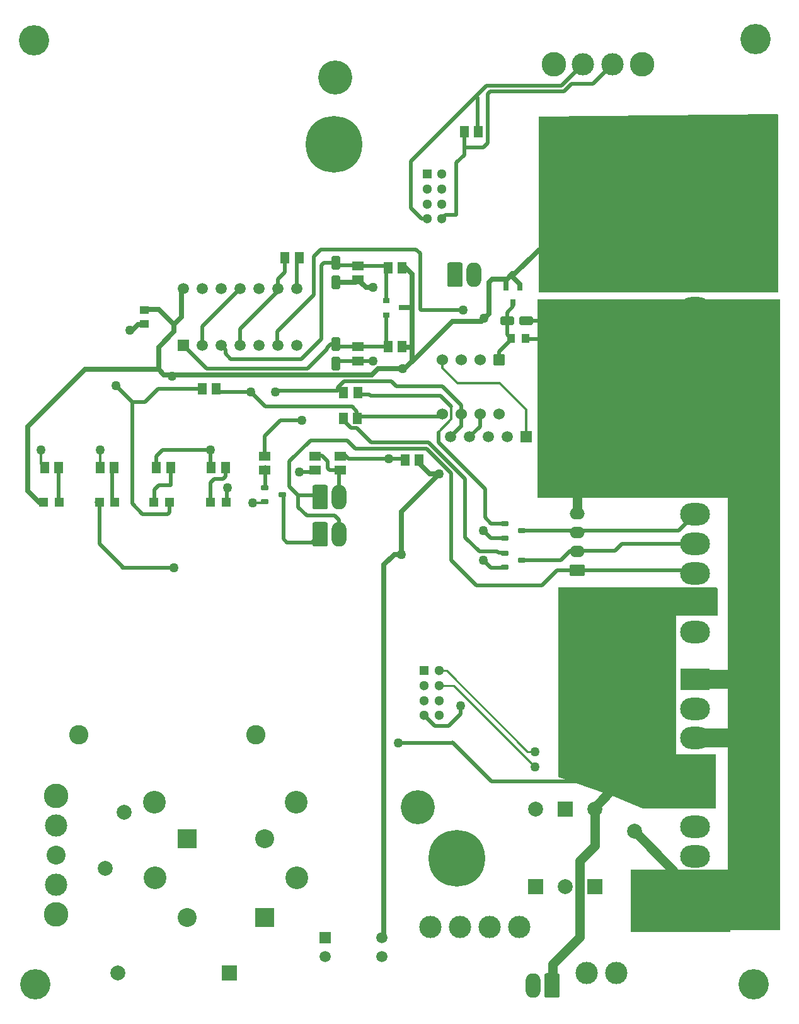
<source format=gtl>
G04 Layer_Physical_Order=1*
G04 Layer_Color=255*
%FSLAX25Y25*%
%MOIN*%
G70*
G01*
G75*
%ADD10O,0.08000X0.13000*%
G04:AMPARAMS|DCode=11|XSize=130mil|YSize=80mil|CornerRadius=10mil|HoleSize=0mil|Usage=FLASHONLY|Rotation=90.000|XOffset=0mil|YOffset=0mil|HoleType=Round|Shape=RoundedRectangle|*
%AMROUNDEDRECTD11*
21,1,0.13000,0.06000,0,0,90.0*
21,1,0.11000,0.08000,0,0,90.0*
1,1,0.02000,0.03000,0.05500*
1,1,0.02000,0.03000,-0.05500*
1,1,0.02000,-0.03000,-0.05500*
1,1,0.02000,-0.03000,0.05500*
%
%ADD11ROUNDEDRECTD11*%
%ADD12R,0.05118X0.05905*%
G04:AMPARAMS|DCode=13|XSize=70.87mil|YSize=47.24mil|CornerRadius=5.91mil|HoleSize=0mil|Usage=FLASHONLY|Rotation=270.000|XOffset=0mil|YOffset=0mil|HoleType=Round|Shape=RoundedRectangle|*
%AMROUNDEDRECTD13*
21,1,0.07087,0.03543,0,0,270.0*
21,1,0.05905,0.04724,0,0,270.0*
1,1,0.01181,-0.01772,-0.02953*
1,1,0.01181,-0.01772,0.02953*
1,1,0.01181,0.01772,0.02953*
1,1,0.01181,0.01772,-0.02953*
%
%ADD13ROUNDEDRECTD13*%
G04:AMPARAMS|DCode=14|XSize=23.62mil|YSize=39.37mil|CornerRadius=2.95mil|HoleSize=0mil|Usage=FLASHONLY|Rotation=270.000|XOffset=0mil|YOffset=0mil|HoleType=Round|Shape=RoundedRectangle|*
%AMROUNDEDRECTD14*
21,1,0.02362,0.03347,0,0,270.0*
21,1,0.01772,0.03937,0,0,270.0*
1,1,0.00591,-0.01673,-0.00886*
1,1,0.00591,-0.01673,0.00886*
1,1,0.00591,0.01673,0.00886*
1,1,0.00591,0.01673,-0.00886*
%
%ADD14ROUNDEDRECTD14*%
%ADD15R,0.05905X0.05118*%
%ADD16R,0.04724X0.04724*%
%ADD17R,0.04900X0.03900*%
%ADD18R,0.03500X0.03100*%
%ADD19R,0.03900X0.04900*%
%ADD20R,0.03100X0.03500*%
G04:AMPARAMS|DCode=21|XSize=70.87mil|YSize=47.24mil|CornerRadius=5.91mil|HoleSize=0mil|Usage=FLASHONLY|Rotation=0.000|XOffset=0mil|YOffset=0mil|HoleType=Round|Shape=RoundedRectangle|*
%AMROUNDEDRECTD21*
21,1,0.07087,0.03543,0,0,0.0*
21,1,0.05905,0.04724,0,0,0.0*
1,1,0.01181,0.02953,-0.01772*
1,1,0.01181,-0.02953,-0.01772*
1,1,0.01181,-0.02953,0.01772*
1,1,0.01181,0.02953,0.01772*
%
%ADD21ROUNDEDRECTD21*%
%ADD22C,0.10000*%
%ADD23C,0.02000*%
%ADD24C,0.02500*%
%ADD25C,0.01200*%
%ADD26C,0.05000*%
%ADD27C,0.01000*%
%ADD28C,0.06000*%
G04:AMPARAMS|DCode=29|XSize=60mil|YSize=60mil|CornerRadius=7.5mil|HoleSize=0mil|Usage=FLASHONLY|Rotation=90.000|XOffset=0mil|YOffset=0mil|HoleType=Round|Shape=RoundedRectangle|*
%AMROUNDEDRECTD29*
21,1,0.06000,0.04500,0,0,90.0*
21,1,0.04500,0.06000,0,0,90.0*
1,1,0.01500,0.02250,0.02250*
1,1,0.01500,0.02250,-0.02250*
1,1,0.01500,-0.02250,-0.02250*
1,1,0.01500,-0.02250,0.02250*
%
%ADD29ROUNDEDRECTD29*%
%ADD30O,0.08000X0.06000*%
G04:AMPARAMS|DCode=31|XSize=60mil|YSize=80mil|CornerRadius=7.5mil|HoleSize=0mil|Usage=FLASHONLY|Rotation=90.000|XOffset=0mil|YOffset=0mil|HoleType=Round|Shape=RoundedRectangle|*
%AMROUNDEDRECTD31*
21,1,0.06000,0.06500,0,0,90.0*
21,1,0.04500,0.08000,0,0,90.0*
1,1,0.01500,0.03250,0.02250*
1,1,0.01500,0.03250,-0.02250*
1,1,0.01500,-0.03250,-0.02250*
1,1,0.01500,-0.03250,0.02250*
%
%ADD31ROUNDEDRECTD31*%
%ADD32C,0.07874*%
%ADD33O,0.15748X0.11811*%
%ADD34R,0.15748X0.11811*%
%ADD35R,0.05118X0.05118*%
%ADD36C,0.05118*%
%ADD37C,0.11811*%
%ADD38R,0.07874X0.07874*%
%ADD39R,0.07874X0.07874*%
%ADD40C,0.10236*%
%ADD41R,0.05905X0.05905*%
%ADD42C,0.05905*%
%ADD43R,0.10000X0.10000*%
%ADD44C,0.10000*%
%ADD45C,0.12000*%
%ADD46C,0.05905*%
%ADD47R,0.05905X0.05905*%
%ADD48C,0.05000*%
%ADD49C,0.16000*%
%ADD50C,0.13000*%
%ADD51C,0.30000*%
%ADD52C,0.18000*%
G36*
X662000Y359500D02*
Y345000D01*
X640000Y345000D01*
Y282500D01*
Y271600D01*
X661000D01*
Y243000D01*
X622500D01*
X603971Y250741D01*
X605570Y250200D01*
X577670Y259800D01*
Y360000D01*
X661500D01*
X662000Y359500D01*
D02*
G37*
G36*
X695000Y178600D02*
X668800Y178600D01*
Y177750D01*
X616000Y177750D01*
X616000Y210650D01*
X667500Y210650D01*
X667500Y407500D01*
X566900D01*
Y512500D01*
X677500D01*
Y512500D01*
X695000Y512500D01*
X695000Y178600D01*
D02*
G37*
G36*
X694000Y610252D02*
X694000Y516252D01*
X567300D01*
Y609264D01*
X693848Y610404D01*
X694000Y610252D01*
D02*
G37*
D10*
X533000Y525500D02*
D03*
X564500Y149300D02*
D03*
X461700Y388100D02*
D03*
X461800Y407900D02*
D03*
D11*
X523000Y525500D02*
D03*
X574500Y149300D02*
D03*
X451700Y388100D02*
D03*
X451800Y407900D02*
D03*
D12*
X487660Y487500D02*
D03*
X495140D02*
D03*
X535440Y601200D02*
D03*
X527960D02*
D03*
X365220Y423400D02*
D03*
X372700D02*
D03*
X401740D02*
D03*
X394260D02*
D03*
X306000D02*
D03*
X313480D02*
D03*
X342900D02*
D03*
X335420D02*
D03*
X496760Y427400D02*
D03*
X504240D02*
D03*
X464060Y449400D02*
D03*
X471540D02*
D03*
X464160Y463000D02*
D03*
X471640D02*
D03*
X487660Y529000D02*
D03*
X495140D02*
D03*
X440700Y534300D02*
D03*
X433220D02*
D03*
X389360Y465200D02*
D03*
X396840D02*
D03*
D13*
X460200Y478482D02*
D03*
Y488718D02*
D03*
Y521382D02*
D03*
Y531618D02*
D03*
D14*
X558328Y390000D02*
D03*
X549272Y386260D02*
D03*
Y393740D02*
D03*
X558328Y374400D02*
D03*
X549272Y370660D02*
D03*
Y378140D02*
D03*
X422572Y412840D02*
D03*
Y405360D02*
D03*
X431628Y409100D02*
D03*
D15*
X471900Y530240D02*
D03*
Y522760D02*
D03*
Y487340D02*
D03*
Y479860D02*
D03*
X422600Y421960D02*
D03*
Y429440D02*
D03*
X462500D02*
D03*
Y421960D02*
D03*
X449000D02*
D03*
Y429440D02*
D03*
D16*
X402134Y405000D02*
D03*
X393866D02*
D03*
X313768D02*
D03*
X305500D02*
D03*
X343223D02*
D03*
X334955D02*
D03*
X363866D02*
D03*
X372134D02*
D03*
D17*
X358800Y506900D02*
D03*
Y499300D02*
D03*
D18*
X486900Y511750D02*
D03*
Y504250D02*
D03*
X495100Y508000D02*
D03*
D19*
X552800Y491600D02*
D03*
X560400D02*
D03*
D20*
X553850Y510700D02*
D03*
X550100Y518900D02*
D03*
X557600D02*
D03*
D21*
X560918Y501200D02*
D03*
X550682D02*
D03*
D22*
X650000Y311400D02*
X670400D01*
X650100Y280400D02*
X672700D01*
D23*
X471900Y479700D02*
X479700D01*
X460200Y479860D02*
X471740D01*
X461800Y421460D02*
X462500Y422160D01*
X456740D02*
X462500D01*
X432328Y385828D02*
Y409100D01*
X579000Y374400D02*
X584000Y379400D01*
X558328Y374400D02*
X579000D01*
X641300Y390000D02*
X650000Y398700D01*
X558328Y390000D02*
X641300D01*
X506926Y292352D02*
X512578Y286700D01*
X519800D01*
X526200Y293100D01*
Y297300D01*
X596100Y626400D02*
X606500Y636800D01*
X584743Y626400D02*
X596100D01*
X580843Y622500D02*
X584743Y626400D01*
X541900Y622500D02*
X580843D01*
X540400Y621000D02*
X541900Y622500D01*
X540400Y595200D02*
Y621000D01*
X539900Y625500D02*
X579600D01*
X499700Y585300D02*
X539900Y625500D01*
X499700Y560800D02*
Y585300D01*
X527960Y592400D02*
Y601200D01*
Y588660D02*
Y592400D01*
X528460Y592900D01*
X538100D01*
X540400Y595200D01*
X535150Y601490D02*
X535440Y601200D01*
X535150Y601490D02*
Y618950D01*
X518222Y557100D02*
X523900D01*
Y584600D02*
X527960Y588660D01*
X523900Y557100D02*
Y584600D01*
X499700Y560800D02*
X505448Y555052D01*
X508300D01*
X516174D02*
X518222Y557100D01*
X461260Y465860D02*
X464500Y469100D01*
X516400Y466400D02*
X526300Y456500D01*
X492200Y466400D02*
X516400D01*
X489500Y469100D02*
X492200Y466400D01*
X313480Y405287D02*
Y423500D01*
X402534Y405000D02*
Y412534D01*
X341740Y405106D02*
Y423500D01*
X422840Y413272D02*
Y423900D01*
Y413272D02*
X423272Y412840D01*
X536300Y445200D02*
Y451600D01*
X530700Y439600D02*
X536300Y445200D01*
X542494Y257400D02*
X586719D01*
X393900Y423860D02*
Y432900D01*
X313480Y405287D02*
X313768Y405000D01*
X341634D02*
X341740Y405106D01*
X528500Y386500D02*
X536000Y379000D01*
X611400Y383100D02*
X650000D01*
X335000Y383000D02*
Y403366D01*
X333366Y405000D02*
X335000Y403366D01*
X536000Y379000D02*
X545300D01*
X546000Y378300D01*
X549113D01*
X549272Y378140D01*
X538200Y390000D02*
X542100Y386100D01*
X549113D01*
X549272Y386260D01*
X538972Y397028D02*
X542260Y393740D01*
X549272D01*
X538200Y374400D02*
X542100Y370500D01*
X549113D01*
X549272Y370660D01*
X428000Y463500D02*
X428600Y464100D01*
X461260D01*
X472480Y450500D02*
X515800D01*
X516300Y451000D01*
X526300Y451600D02*
Y456500D01*
X504700Y507336D02*
Y536600D01*
X515557Y461300D02*
X521253Y455604D01*
X398540Y463500D02*
X415000D01*
X396840Y465200D02*
X398540Y463500D01*
X502500Y538800D02*
X504700Y536600D01*
X452400Y530400D02*
X453618Y531618D01*
X452400Y491400D02*
Y530400D01*
X453618Y531618D02*
X460118D01*
X471900Y530240D02*
X486420D01*
X460500Y530400D02*
X473500D01*
X486900Y511750D02*
Y526150D01*
Y488260D02*
Y504250D01*
X452100Y538800D02*
X502500D01*
X429000Y495300D02*
X448500Y514800D01*
Y535200D01*
X452100Y538800D01*
X433220Y526820D02*
Y534300D01*
X429500Y523100D02*
X433220Y526820D01*
X429500Y518100D02*
Y523100D01*
X429000Y488600D02*
Y495300D01*
Y488600D02*
X429500Y488100D01*
X399500D02*
X401700Y485900D01*
Y483600D02*
Y485900D01*
X455400Y486257D02*
Y486600D01*
X457518Y488718D01*
X460200D01*
X335000Y383000D02*
X347300Y370700D01*
X347100Y370500D02*
X347300Y370700D01*
X347100Y370500D02*
X374400D01*
X472060Y487500D02*
X487660D01*
X461418D02*
X472060D01*
X461260Y464100D02*
Y465860D01*
X584000Y379400D02*
X607700D01*
X611400Y383100D01*
X521795Y278100D02*
X542494Y257400D01*
X579600Y625500D02*
X590900Y636800D01*
X471100Y451000D02*
Y453200D01*
X468700Y455600D02*
X471100Y453200D01*
X471740Y464100D02*
X473640Y462200D01*
X477700D01*
X478600Y461300D01*
X515557D01*
X415000Y463500D02*
X422900Y455600D01*
X468700D01*
X439500Y518100D02*
Y533100D01*
X440700Y534300D01*
X402534Y412534D02*
X402900Y412900D01*
X393866Y405300D02*
Y415434D01*
X395932Y417500D01*
X400500D01*
X401740Y418740D01*
X372134Y399666D02*
Y405000D01*
X371268Y398800D02*
X372134Y399666D01*
X357800Y398800D02*
X371268D01*
X352300Y404300D02*
X357800Y398800D01*
X352300Y404300D02*
Y458200D01*
X343900Y466600D02*
X352300Y458200D01*
X359200D01*
X366200Y465200D01*
X389360D01*
X372700Y414000D02*
Y423400D01*
X366400Y414000D02*
X372700D01*
X364200Y411800D02*
X366400Y414000D01*
X364200Y405334D02*
Y411800D01*
X363866Y405000D02*
X364200Y405334D01*
X401740Y418740D02*
Y423400D01*
Y423500D01*
X444943Y475800D02*
X455400Y486257D01*
X379500Y488100D02*
X391800Y475800D01*
X444943D01*
X368600Y432900D02*
X393900D01*
X365220Y423400D02*
Y429520D01*
X368600Y432900D01*
X401700Y483600D02*
X404400Y480900D01*
X441900D01*
X452400Y491400D01*
X521394Y277700D02*
X521795Y278100D01*
X493200Y277700D02*
X521394D01*
X505136Y506900D02*
X527300D01*
X504700Y507336D02*
X505136Y506900D01*
X561200Y491400D02*
X569000D01*
X563100Y501000D02*
X567400D01*
X553850Y508750D02*
Y510700D01*
X550682Y501200D02*
Y505582D01*
Y493718D02*
Y501200D01*
Y493718D02*
X552800Y491600D01*
X546300Y480400D02*
Y484700D01*
X552800Y491200D01*
Y491600D01*
X550682Y505582D02*
X553850Y508750D01*
X389500Y488100D02*
Y498100D01*
X409500Y488100D02*
Y496600D01*
X429500Y516600D01*
X389500Y498100D02*
X409500Y518100D01*
X429500Y516600D02*
Y518100D01*
X465250Y447350D02*
X468153Y444447D01*
X471053D01*
X478700Y436800D01*
X432328Y385828D02*
X434255Y383900D01*
X447500D01*
X451700Y388100D01*
X577000Y369100D02*
X587800D01*
X569000Y361100D02*
X577000Y369100D01*
X587800D02*
X648400D01*
X650000Y367500D01*
X422600Y431040D02*
Y440200D01*
X534500Y361100D02*
X569000D01*
X521100Y374500D02*
X534500Y361100D01*
X521100Y374500D02*
Y420500D01*
X508100Y433500D02*
X521100Y420500D01*
X488000Y428000D02*
X496160D01*
X496760Y427400D01*
X464500Y469100D02*
X489500D01*
X528500Y386500D02*
Y417343D01*
X478700Y436800D02*
X509043D01*
X528500Y417343D01*
X538972Y397028D02*
Y412128D01*
X514500Y436600D02*
X538972Y412128D01*
X514500Y436600D02*
Y442196D01*
X520700Y439600D02*
X526200Y445100D01*
X526300D02*
Y451600D01*
X430800Y448400D02*
X442000D01*
X422600Y440200D02*
X430800Y448400D01*
X470400Y433500D02*
X508100D01*
X466100Y437800D02*
X470400Y433500D01*
X446800Y437800D02*
X466100D01*
X440200Y402500D02*
X444700Y398000D01*
X459600D01*
X461700Y395900D01*
Y388100D02*
Y390600D01*
Y395900D01*
X440200Y408700D02*
X451000D01*
X451800Y407900D01*
X440200Y402500D02*
Y408700D01*
X450600Y429700D02*
X452800D01*
X455800Y426700D01*
X435600Y413300D02*
X440200Y408700D01*
X435600Y413300D02*
Y426600D01*
X446800Y437800D01*
X440800Y421100D02*
X448140D01*
X449000Y421960D01*
X455800Y423100D02*
Y426700D01*
Y423100D02*
X456740Y422160D01*
X461800Y407900D02*
Y410400D01*
Y421460D01*
X466740Y428000D02*
X488000D01*
X464800Y429940D02*
X466740Y428000D01*
X461000Y429940D02*
X464800D01*
D24*
X355400Y499200D02*
X358800D01*
X541000Y521500D02*
X542700Y523200D01*
X541000Y504800D02*
Y521500D01*
X537100Y500900D02*
X541000Y504800D01*
X484000Y174600D02*
X485550Y176150D01*
X378300Y516500D02*
X379700Y517900D01*
X378300Y503100D02*
Y516500D01*
X495300Y487000D02*
X500400D01*
Y479500D02*
Y487000D01*
X495100Y508000D02*
X500400D01*
X497000Y529000D02*
X500400Y525600D01*
X297000Y411000D02*
Y445000D01*
Y411000D02*
X303000Y405000D01*
X305500D01*
X500400Y508000D02*
Y525600D01*
Y487000D02*
Y508000D01*
X495300Y475800D02*
X496500D01*
X500200Y479500D01*
X500400D01*
X509860Y420000D02*
X514800D01*
X351100Y496200D02*
X352400D01*
X355400Y499200D01*
X495140Y529000D02*
X497000D01*
X460200Y521382D02*
X470522D01*
X471900Y522760D01*
X475960Y518700D02*
X479700D01*
X471900Y522760D02*
X475960Y518700D01*
X482517Y475800D02*
X495300D01*
X358800Y507000D02*
X366600D01*
X374400Y499200D01*
X378300Y503100D01*
X374400Y495300D02*
Y499200D01*
X366301Y487201D02*
X374400Y495300D01*
X366301Y475501D02*
Y487201D01*
X297000Y445000D02*
X327501Y475501D01*
X366301D01*
X500400Y479500D02*
X521800Y500900D01*
X537100D01*
X567500Y538500D02*
X583000D01*
X553600Y524400D02*
X557600Y520400D01*
Y518900D02*
Y520400D01*
X553600Y524600D02*
X567500Y538500D01*
X542700Y523200D02*
X550800D01*
X550200Y522600D02*
X550800Y523200D01*
X553600Y524400D02*
Y524600D01*
X550200Y519800D02*
Y522600D01*
X550800Y523200D02*
X553600Y526000D01*
Y524600D02*
Y526000D01*
X485550Y176150D02*
Y371950D01*
X504240Y425620D02*
Y427400D01*
Y425620D02*
X509860Y420000D01*
X485550Y371950D02*
X491000Y377400D01*
X494900D01*
X366301Y475501D02*
X369253Y472550D01*
X479268D01*
X482517Y475800D01*
X494900Y377400D02*
Y400100D01*
X514800Y420000D01*
D25*
X471740Y479860D02*
X471900Y479700D01*
X422613Y404700D02*
X423272Y405360D01*
X416200Y404700D02*
X422613D01*
X560700Y439600D02*
Y454100D01*
X546750Y468050D02*
X560700Y454100D01*
X393900Y423860D02*
X394260Y423500D01*
X335400Y423520D02*
X335420Y423500D01*
X335400Y423520D02*
Y432900D01*
X304200Y425300D02*
X306000Y423500D01*
X304200Y425300D02*
Y432900D01*
X521253Y448948D02*
Y455604D01*
X460118Y531618D02*
X460200D01*
X460500Y530400D02*
Y532000D01*
X460118Y531618D02*
X460500Y532000D01*
X486420Y530240D02*
X487660Y529000D01*
X471900Y487340D02*
X472060Y487500D01*
X486900Y488260D02*
X487660Y487500D01*
X460200Y488718D02*
X461418Y487500D01*
X524350Y468050D02*
X546750D01*
X516300Y476100D02*
X524350Y468050D01*
X516300Y476100D02*
Y480400D01*
X514500Y442196D02*
X521253Y448948D01*
X528500Y439600D02*
X530700D01*
X526200Y445100D02*
X526300D01*
D26*
X589000Y175000D02*
Y215500D01*
X574800Y160800D02*
X589000Y175000D01*
Y215500D02*
X597000Y223500D01*
X618000Y231000D02*
X638500Y210500D01*
X574500Y149300D02*
X574800Y149600D01*
Y160800D01*
X596091Y242891D02*
X607900Y254700D01*
X597000Y223500D02*
Y242891D01*
X310500Y232500D02*
X312000Y234000D01*
X364500Y206500D02*
Y210091D01*
X586500Y410000D02*
X587800Y408700D01*
Y399100D02*
Y408700D01*
X607900Y254700D02*
X616100D01*
D27*
X561600Y273000D02*
X565500D01*
X514800Y315974D02*
X518626D01*
X561600Y273000D01*
X514800Y308100D02*
X522600D01*
X565500Y265200D01*
D28*
X533000Y528000D02*
D03*
X536300Y480400D02*
D03*
X526300D02*
D03*
X516300D02*
D03*
Y451600D02*
D03*
X526300D02*
D03*
X536300D02*
D03*
X546300D02*
D03*
X564500Y146800D02*
D03*
X461700Y390600D02*
D03*
X461800Y410400D02*
D03*
D29*
X523000Y528000D02*
D03*
X546300Y480400D02*
D03*
X574500Y146800D02*
D03*
X451700Y390600D02*
D03*
X451800Y410400D02*
D03*
D30*
X587800Y389100D02*
D03*
Y379100D02*
D03*
Y399100D02*
D03*
D31*
Y369100D02*
D03*
D32*
X618000Y231000D02*
D03*
X597000Y242891D02*
D03*
X565800D02*
D03*
X581400Y201709D02*
D03*
X344872Y156000D02*
D03*
X348200Y240964D02*
D03*
X338200Y211436D02*
D03*
D33*
X650000Y336300D02*
D03*
Y351900D02*
D03*
Y367500D02*
D03*
Y383100D02*
D03*
Y398700D02*
D03*
Y414300D02*
D03*
Y429900D02*
D03*
Y445500D02*
D03*
X650200Y186700D02*
D03*
Y202300D02*
D03*
Y217900D02*
D03*
Y233500D02*
D03*
Y249100D02*
D03*
Y264700D02*
D03*
Y280300D02*
D03*
Y295900D02*
D03*
X650000Y585900D02*
D03*
Y570300D02*
D03*
Y554700D02*
D03*
Y539100D02*
D03*
Y523500D02*
D03*
Y507900D02*
D03*
Y492300D02*
D03*
Y476700D02*
D03*
D34*
Y461100D02*
D03*
X650200Y311500D02*
D03*
X650000Y601500D02*
D03*
D35*
X508300Y578674D02*
D03*
X506926Y315974D02*
D03*
D36*
X508300Y570800D02*
D03*
Y562926D02*
D03*
Y555052D02*
D03*
X516174Y578674D02*
D03*
Y570800D02*
D03*
Y562926D02*
D03*
Y555052D02*
D03*
X506926Y308100D02*
D03*
Y300226D02*
D03*
Y292352D02*
D03*
X514800Y315974D02*
D03*
Y308100D02*
D03*
Y300226D02*
D03*
Y292352D02*
D03*
D37*
X590900Y636800D02*
D03*
X510200Y180400D02*
D03*
X541400D02*
D03*
X557000D02*
D03*
X525800D02*
D03*
X620400Y468500D02*
D03*
X628200Y201700D02*
D03*
X608400Y156000D02*
D03*
X592800D02*
D03*
X606500Y636800D02*
D03*
X592800Y499200D02*
D03*
Y468000D02*
D03*
Y436800D02*
D03*
Y312000D02*
D03*
Y343200D02*
D03*
Y280800D02*
D03*
Y530400D02*
D03*
Y561600D02*
D03*
Y592800D02*
D03*
X312000Y234000D02*
D03*
Y202800D02*
D03*
X628200Y186100D02*
D03*
D38*
X597000Y201709D02*
D03*
X565800D02*
D03*
X581400Y242891D02*
D03*
D39*
X403928Y156000D02*
D03*
D40*
X417752Y282000D02*
D03*
X324248D02*
D03*
D41*
X454300Y174600D02*
D03*
X560700Y439600D02*
D03*
D42*
X454300Y164600D02*
D03*
X484300Y174600D02*
D03*
Y164600D02*
D03*
X550700Y439600D02*
D03*
X540700D02*
D03*
X530700D02*
D03*
X520700D02*
D03*
D43*
X381409Y227000D02*
D03*
X422591Y185500D02*
D03*
D44*
Y227000D02*
D03*
X381409Y185500D02*
D03*
X312000Y218400D02*
D03*
D45*
X439000Y246500D02*
D03*
X364000D02*
D03*
X439500Y206500D02*
D03*
X364500D02*
D03*
D46*
X439500Y518100D02*
D03*
X429500D02*
D03*
X419500D02*
D03*
X409500D02*
D03*
X399500D02*
D03*
X389500D02*
D03*
X379500D02*
D03*
X439500Y488100D02*
D03*
X429500D02*
D03*
X419500D02*
D03*
X409500D02*
D03*
X399500D02*
D03*
X389500D02*
D03*
D47*
X379500D02*
D03*
D48*
X526200Y297300D02*
D03*
X538200Y374400D02*
D03*
X393900Y432900D02*
D03*
X304200D02*
D03*
X335400D02*
D03*
X428000Y463500D02*
D03*
X415000D02*
D03*
X488000Y428000D02*
D03*
X538200Y390000D02*
D03*
X495300Y475800D02*
D03*
X514800Y420000D02*
D03*
X351100Y496200D02*
D03*
X479700Y518700D02*
D03*
Y479700D02*
D03*
X374400Y370500D02*
D03*
X565500Y265200D02*
D03*
X373600Y471800D02*
D03*
X402900Y412900D02*
D03*
X343900Y466600D02*
D03*
X565500Y273000D02*
D03*
X493200Y277700D02*
D03*
X527300Y506900D02*
D03*
X538300Y502400D02*
D03*
X416200Y404700D02*
D03*
X494900Y377400D02*
D03*
X442000Y448400D02*
D03*
X440800Y421100D02*
D03*
D49*
X681000Y150000D02*
D03*
X682000Y650000D02*
D03*
X300500Y649500D02*
D03*
X301000Y150000D02*
D03*
D50*
X312000Y249600D02*
D03*
Y187200D02*
D03*
X575300Y636700D02*
D03*
X622100D02*
D03*
D51*
X524100Y216800D02*
D03*
X459000Y594500D02*
D03*
D52*
X459800Y629700D02*
D03*
X503300Y243700D02*
D03*
M02*

</source>
